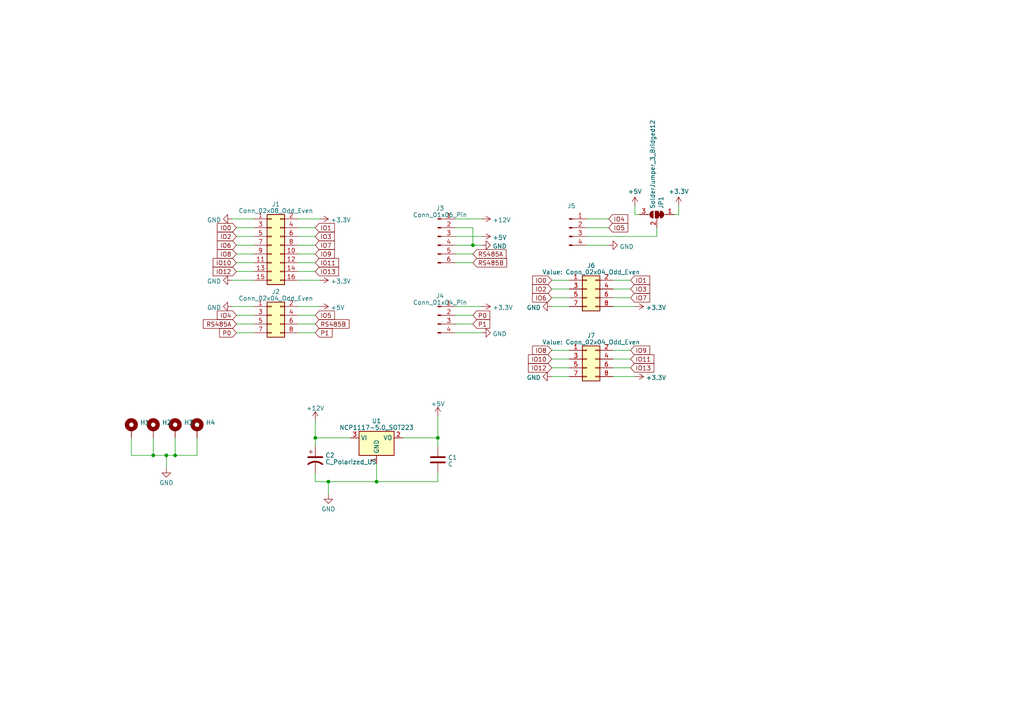
<source format=kicad_sch>
(kicad_sch (version 20230121) (generator eeschema)
  (paper "A4")
  (lib_symbols
    (symbol "Connector:Conn_01x04_Male" (pin_names (offset 1.016) hide)
      (property "Reference" "J" (at 0 5.08 0))
      (property "Value" "Conn_01x04_Male" (at 0 -7.62 0))
      (symbol "Conn_01x04_Male_1_1"
        (polyline (pts (xy 1.27 -5.08) (xy 0.8636 -5.08)) (stroke (width 0.1524)))
        (polyline (pts (xy 1.27 -2.54) (xy 0.8636 -2.54)) (stroke (width 0.1524)))
        (polyline (pts (xy 1.27 0) (xy 0.8636 0)) (stroke (width 0.1524)))
        (polyline (pts (xy 1.27 2.54) (xy 0.8636 2.54)) (stroke (width 0.1524)))
        (rectangle (start 0.8636 -4.953) (end 0 -5.207) (stroke (width 0.1524)) (fill (type outline)))
        (rectangle (start 0.8636 -2.413) (end 0 -2.667) (stroke (width 0.1524)) (fill (type outline)))
        (rectangle (start 0.8636 0.127) (end 0 -0.127) (stroke (width 0.1524)) (fill (type outline)))
        (rectangle (start 0.8636 2.667) (end 0 2.413) (stroke (width 0.1524)) (fill (type outline)))
        (pin passive line (at 5.08 2.54 180) (length 3.81) (name "Pin_1") (number "1"))
        (pin passive line (at 5.08 0 180) (length 3.81) (name "Pin_2") (number "2"))
        (pin passive line (at 5.08 -2.54 180) (length 3.81) (name "Pin_3") (number "3"))
        (pin passive line (at 5.08 -5.08 180) (length 3.81) (name "Pin_4") (number "4"))
      )
    )
    (symbol "Connector:Conn_01x04_Pin" (pin_names (offset 1.016) hide)
      (property "Reference" "J" (at 0 5.08 0))
      (property "Value" "Conn_01x04_Pin" (at 0 -7.62 0))
      (symbol "Conn_01x04_Pin_1_1"
        (polyline (pts (xy 1.27 -5.08) (xy 0.8636 -5.08)) (stroke (width 0.1524)))
        (polyline (pts (xy 1.27 -2.54) (xy 0.8636 -2.54)) (stroke (width 0.1524)))
        (polyline (pts (xy 1.27 0) (xy 0.8636 0)) (stroke (width 0.1524)))
        (polyline (pts (xy 1.27 2.54) (xy 0.8636 2.54)) (stroke (width 0.1524)))
        (rectangle (start 0.8636 -4.953) (end 0 -5.207) (stroke (width 0.1524)) (fill (type outline)))
        (rectangle (start 0.8636 -2.413) (end 0 -2.667) (stroke (width 0.1524)) (fill (type outline)))
        (rectangle (start 0.8636 0.127) (end 0 -0.127) (stroke (width 0.1524)) (fill (type outline)))
        (rectangle (start 0.8636 2.667) (end 0 2.413) (stroke (width 0.1524)) (fill (type outline)))
        (pin passive line (at 5.08 2.54 180) (length 3.81) (name "Pin_1") (number "1"))
        (pin passive line (at 5.08 0 180) (length 3.81) (name "Pin_2") (number "2"))
        (pin passive line (at 5.08 -2.54 180) (length 3.81) (name "Pin_3") (number "3"))
        (pin passive line (at 5.08 -5.08 180) (length 3.81) (name "Pin_4") (number "4"))
      )
    )
    (symbol "Connector:Conn_01x06_Pin" (pin_names (offset 1.016) hide)
      (property "Reference" "J" (at 0 7.62 0))
      (property "Value" "Conn_01x06_Pin" (at 0 -10.16 0))
      (symbol "Conn_01x06_Pin_1_1"
        (polyline (pts (xy 1.27 -7.62) (xy 0.8636 -7.62)) (stroke (width 0.1524)))
        (polyline (pts (xy 1.27 -5.08) (xy 0.8636 -5.08)) (stroke (width 0.1524)))
        (polyline (pts (xy 1.27 -2.54) (xy 0.8636 -2.54)) (stroke (width 0.1524)))
        (polyline (pts (xy 1.27 0) (xy 0.8636 0)) (stroke (width 0.1524)))
        (polyline (pts (xy 1.27 2.54) (xy 0.8636 2.54)) (stroke (width 0.1524)))
        (polyline (pts (xy 1.27 5.08) (xy 0.8636 5.08)) (stroke (width 0.1524)))
        (rectangle (start 0.8636 -7.493) (end 0 -7.747) (stroke (width 0.1524)) (fill (type outline)))
        (rectangle (start 0.8636 -4.953) (end 0 -5.207) (stroke (width 0.1524)) (fill (type outline)))
        (rectangle (start 0.8636 -2.413) (end 0 -2.667) (stroke (width 0.1524)) (fill (type outline)))
        (rectangle (start 0.8636 0.127) (end 0 -0.127) (stroke (width 0.1524)) (fill (type outline)))
        (rectangle (start 0.8636 2.667) (end 0 2.413) (stroke (width 0.1524)) (fill (type outline)))
        (rectangle (start 0.8636 5.207) (end 0 4.953) (stroke (width 0.1524)) (fill (type outline)))
        (pin passive line (at 5.08 5.08 180) (length 3.81) (name "Pin_1") (number "1"))
        (pin passive line (at 5.08 2.54 180) (length 3.81) (name "Pin_2") (number "2"))
        (pin passive line (at 5.08 0 180) (length 3.81) (name "Pin_3") (number "3"))
        (pin passive line (at 5.08 -2.54 180) (length 3.81) (name "Pin_4") (number "4"))
        (pin passive line (at 5.08 -5.08 180) (length 3.81) (name "Pin_5") (number "5"))
        (pin passive line (at 5.08 -7.62 180) (length 3.81) (name "Pin_6") (number "6"))
      )
    )
    (symbol "Connector_Generic:Conn_02x04_Odd_Even" (pin_names (offset 1.016) hide)
      (property "Reference" "J" (at 1.27 5.08 0))
      (property "Value" "Conn_02x04_Odd_Even" (at 1.27 -7.62 0))
      (symbol "Conn_02x04_Odd_Even_1_1"
        (rectangle (start -1.27 -4.953) (end 0 -5.207) (stroke (width 0.1524)))
        (rectangle (start -1.27 -2.413) (end 0 -2.667) (stroke (width 0.1524)))
        (rectangle (start -1.27 0.127) (end 0 -0.127) (stroke (width 0.1524)))
        (rectangle (start -1.27 2.667) (end 0 2.413) (stroke (width 0.1524)))
        (rectangle (start -1.27 3.81) (end 3.81 -6.35) (stroke (width 0.254)) (fill (type background)))
        (rectangle (start 3.81 -4.953) (end 2.54 -5.207) (stroke (width 0.1524)))
        (rectangle (start 3.81 -2.413) (end 2.54 -2.667) (stroke (width 0.1524)))
        (rectangle (start 3.81 0.127) (end 2.54 -0.127) (stroke (width 0.1524)))
        (rectangle (start 3.81 2.667) (end 2.54 2.413) (stroke (width 0.1524)))
        (pin passive line (at -5.08 2.54 0) (length 3.81) (name "Pin_1") (number "1"))
        (pin passive line (at 7.62 2.54 180) (length 3.81) (name "Pin_2") (number "2"))
        (pin passive line (at -5.08 0 0) (length 3.81) (name "Pin_3") (number "3"))
        (pin passive line (at 7.62 0 180) (length 3.81) (name "Pin_4") (number "4"))
        (pin passive line (at -5.08 -2.54 0) (length 3.81) (name "Pin_5") (number "5"))
        (pin passive line (at 7.62 -2.54 180) (length 3.81) (name "Pin_6") (number "6"))
        (pin passive line (at -5.08 -5.08 0) (length 3.81) (name "Pin_7") (number "7"))
        (pin passive line (at 7.62 -5.08 180) (length 3.81) (name "Pin_8") (number "8"))
      )
    )
    (symbol "Connector_Generic:Conn_02x08_Odd_Even" (pin_names (offset 1.016) hide)
      (property "Reference" "J" (at 1.27 10.16 0))
      (property "Value" "Conn_02x08_Odd_Even" (at 1.27 -12.7 0))
      (symbol "Conn_02x08_Odd_Even_1_1"
        (rectangle (start -1.27 -10.033) (end 0 -10.287) (stroke (width 0.1524)))
        (rectangle (start -1.27 -7.493) (end 0 -7.747) (stroke (width 0.1524)))
        (rectangle (start -1.27 -4.953) (end 0 -5.207) (stroke (width 0.1524)))
        (rectangle (start -1.27 -2.413) (end 0 -2.667) (stroke (width 0.1524)))
        (rectangle (start -1.27 0.127) (end 0 -0.127) (stroke (width 0.1524)))
        (rectangle (start -1.27 2.667) (end 0 2.413) (stroke (width 0.1524)))
        (rectangle (start -1.27 5.207) (end 0 4.953) (stroke (width 0.1524)))
        (rectangle (start -1.27 7.747) (end 0 7.493) (stroke (width 0.1524)))
        (rectangle (start -1.27 8.89) (end 3.81 -11.43) (stroke (width 0.254)) (fill (type background)))
        (rectangle (start 3.81 -10.033) (end 2.54 -10.287) (stroke (width 0.1524)))
        (rectangle (start 3.81 -7.493) (end 2.54 -7.747) (stroke (width 0.1524)))
        (rectangle (start 3.81 -4.953) (end 2.54 -5.207) (stroke (width 0.1524)))
        (rectangle (start 3.81 -2.413) (end 2.54 -2.667) (stroke (width 0.1524)))
        (rectangle (start 3.81 0.127) (end 2.54 -0.127) (stroke (width 0.1524)))
        (rectangle (start 3.81 2.667) (end 2.54 2.413) (stroke (width 0.1524)))
        (rectangle (start 3.81 5.207) (end 2.54 4.953) (stroke (width 0.1524)))
        (rectangle (start 3.81 7.747) (end 2.54 7.493) (stroke (width 0.1524)))
        (pin passive line (at -5.08 7.62 0) (length 3.81) (name "Pin_1") (number "1"))
        (pin passive line (at 7.62 -2.54 180) (length 3.81) (name "Pin_10") (number "10"))
        (pin passive line (at -5.08 -5.08 0) (length 3.81) (name "Pin_11") (number "11"))
        (pin passive line (at 7.62 -5.08 180) (length 3.81) (name "Pin_12") (number "12"))
        (pin passive line (at -5.08 -7.62 0) (length 3.81) (name "Pin_13") (number "13"))
        (pin passive line (at 7.62 -7.62 180) (length 3.81) (name "Pin_14") (number "14"))
        (pin passive line (at -5.08 -10.16 0) (length 3.81) (name "Pin_15") (number "15"))
        (pin passive line (at 7.62 -10.16 180) (length 3.81) (name "Pin_16") (number "16"))
        (pin passive line (at 7.62 7.62 180) (length 3.81) (name "Pin_2") (number "2"))
        (pin passive line (at -5.08 5.08 0) (length 3.81) (name "Pin_3") (number "3"))
        (pin passive line (at 7.62 5.08 180) (length 3.81) (name "Pin_4") (number "4"))
        (pin passive line (at -5.08 2.54 0) (length 3.81) (name "Pin_5") (number "5"))
        (pin passive line (at 7.62 2.54 180) (length 3.81) (name "Pin_6") (number "6"))
        (pin passive line (at -5.08 0 0) (length 3.81) (name "Pin_7") (number "7"))
        (pin passive line (at 7.62 0 180) (length 3.81) (name "Pin_8") (number "8"))
        (pin passive line (at -5.08 -2.54 0) (length 3.81) (name "Pin_9") (number "9"))
      )
    )
    (symbol "Device:C" (pin_numbers hide) (pin_names (offset 0.254))
      (property "Reference" "C" (at 0.635 2.54 0))
      (property "Value" "C" (at 0.635 -2.54 0))
      (symbol "C_0_1"
        (polyline (pts (xy -2.032 -0.762) (xy 2.032 -0.762)) (stroke (width 0.508)))
        (polyline (pts (xy -2.032 0.762) (xy 2.032 0.762)) (stroke (width 0.508)))
      )
      (symbol "C_1_1"
        (pin passive line (at 0 3.81 270) (length 2.794) (name "~") (number "1"))
        (pin passive line (at 0 -3.81 90) (length 2.794) (name "~") (number "2"))
      )
    )
    (symbol "Device:C_Polarized_US" (pin_numbers hide) (pin_names (offset 0.254) hide)
      (property "Reference" "C" (at 0.635 2.54 0))
      (property "Value" "C_Polarized_US" (at 0.635 -2.54 0))
      (symbol "C_Polarized_US_0_1"
        (polyline (pts (xy -2.032 0.762) (xy 2.032 0.762)) (stroke (width 0.508)))
        (polyline (pts (xy -1.778 2.286) (xy -0.762 2.286)))
        (polyline (pts (xy -1.27 1.778) (xy -1.27 2.794)))
        (arc (start 2.032 -1.27) (mid 0 -0.5572) (end -2.032 -1.27) (stroke (width 0.508)))
      )
      (symbol "C_Polarized_US_1_1"
        (pin passive line (at 0 3.81 270) (length 2.794) (name "~") (number "1"))
        (pin passive line (at 0 -3.81 90) (length 3.302) (name "~") (number "2"))
      )
    )
    (symbol "Jumper:SolderJumper_3_Bridged12" (pin_names (offset 0) hide)
      (property "Reference" "JP" (at -2.54 -2.54 0))
      (property "Value" "SolderJumper_3_Bridged12" (at 0 2.794 0))
      (symbol "SolderJumper_3_Bridged12_0_1"
        (rectangle (start -1.016 0.508) (end -0.508 -0.508) (fill (type outline)))
        (arc (start -1.016 1.016) (mid -2.0276 0) (end -1.016 -1.016))
        (arc (start -1.016 1.016) (mid -2.0276 0) (end -1.016 -1.016) (fill (type outline)))
        (rectangle (start -0.508 1.016) (end 0.508 -1.016) (fill (type outline)))
        (polyline (pts (xy -2.54 0) (xy -2.032 0)))
        (polyline (pts (xy -1.016 1.016) (xy -1.016 -1.016)))
        (polyline (pts (xy 0 -1.27) (xy 0 -1.016)))
        (polyline (pts (xy 1.016 1.016) (xy 1.016 -1.016)))
        (polyline (pts (xy 2.54 0) (xy 2.032 0)))
        (arc (start 1.016 -1.016) (mid 2.0276 0) (end 1.016 1.016))
        (arc (start 1.016 -1.016) (mid 2.0276 0) (end 1.016 1.016) (fill (type outline)))
      )
      (symbol "SolderJumper_3_Bridged12_1_1"
        (pin passive line (at -5.08 0 0) (length 2.54) (name "A") (number "1"))
        (pin passive line (at 0 -3.81 90) (length 2.54) (name "C") (number "2"))
        (pin passive line (at 5.08 0 180) (length 2.54) (name "B") (number "3"))
      )
    )
    (symbol "Mechanical:MountingHole_Pad" (pin_numbers hide) (pin_names (offset 1.016) hide)
      (property "Reference" "H" (at 0 6.35 0))
      (property "Value" "MountingHole_Pad" (at 0 4.445 0))
      (symbol "MountingHole_Pad_0_1"
        (circle (center 0 1.27) (radius 1.27) (stroke (width 1.27)))
      )
      (symbol "MountingHole_Pad_1_1"
        (pin input line (at 0 -2.54 90) (length 2.54) (name "1") (number "1"))
      )
    )
    (symbol "Regulator_Linear:NCP1117-5.0_SOT223"
      (property "Reference" "U" (at -3.81 3.175 0))
      (property "Value" "NCP1117-5.0_SOT223" (at 0 3.175 0))
      (symbol "NCP1117-5.0_SOT223_0_1"
        (rectangle (start -5.08 -5.08) (end 5.08 1.905) (stroke (width 0.254)) (fill (type background)))
      )
      (symbol "NCP1117-5.0_SOT223_1_1"
        (pin power_in line (at 0 -7.62 90) (length 2.54) (name "GND") (number "1"))
        (pin power_out line (at 7.62 0 180) (length 2.54) (name "VO") (number "2"))
        (pin power_in line (at -7.62 0 0) (length 2.54) (name "VI") (number "3"))
      )
    )
    (symbol "power:+12V" (power) (pin_names (offset 0))
      (property "Value" "+12V" (at 0 3.556 0))
      (symbol "+12V_0_1"
        (polyline (pts (xy -0.762 1.27) (xy 0 2.54)))
        (polyline (pts (xy 0 0) (xy 0 2.54)))
        (polyline (pts (xy 0 2.54) (xy 0.762 1.27)))
      )
      (symbol "+12V_1_1"
        (pin power_in line (at 0 0 90) (length 0) hide (name "+12V") (number "1"))
      )
    )
    (symbol "power:+3.3V" (power) (pin_names (offset 0))
      (property "Value" "+3.3V" (at 0 3.556 0))
      (symbol "+3.3V_0_1"
        (polyline (pts (xy -0.762 1.27) (xy 0 2.54)))
        (polyline (pts (xy 0 0) (xy 0 2.54)))
        (polyline (pts (xy 0 2.54) (xy 0.762 1.27)))
      )
      (symbol "+3.3V_1_1"
        (pin power_in line (at 0 0 90) (length 0) hide (name "+3.3V") (number "1"))
      )
    )
    (symbol "power:+5V" (power) (pin_names (offset 0))
      (property "Value" "+5V" (at 0 3.556 0))
      (symbol "+5V_0_1"
        (polyline (pts (xy -0.762 1.27) (xy 0 2.54)))
        (polyline (pts (xy 0 0) (xy 0 2.54)))
        (polyline (pts (xy 0 2.54) (xy 0.762 1.27)))
      )
      (symbol "+5V_1_1"
        (pin power_in line (at 0 0 90) (length 0) hide (name "+5V") (number "1"))
      )
    )
    (symbol "power:GND" (power) (pin_names (offset 0))
      (property "Value" "GND" (at 0 -3.81 0))
      (symbol "GND_0_1"
        (polyline (pts (xy 0 0) (xy 0 -1.27) (xy 1.27 -1.27) (xy 0 -2.54) (xy -1.27 -1.27) (xy 0 -1.27)))
      )
      (symbol "GND_1_1"
        (pin power_in line (at 0 0 270) (length 0) hide (name "GND") (number "1"))
      )
    )
  )
  (junction (at 137.16 71.12))
  (junction (at 44.45 132.08))
  (junction (at 109.22 139.7))
  (junction (at 95.25 139.7))
  (junction (at 50.8 132.08))
  (junction (at 127 127))
  (junction (at 48.26 132.08))
  (junction (at 91.44 127))
  (wire (pts (xy 95.25 139.7) (xy 109.22 139.7)))
  (wire (pts (xy 86.36 93.98) (xy 91.44 93.98)))
  (wire (pts (xy 132.08 76.2) (xy 137.16 76.2)))
  (wire (pts (xy 177.8 104.14) (xy 182.88 104.14)))
  (wire (pts (xy 73.66 71.12) (xy 68.58 71.12)))
  (wire (pts (xy 127 127) (xy 127 129.54)))
  (wire (pts (xy 177.8 101.6) (xy 182.88 101.6)))
  (wire (pts (xy 50.8 127) (xy 50.8 132.08)))
  (wire (pts (xy 165.1 83.82) (xy 160.02 83.82)))
  (wire (pts (xy 137.16 66.04) (xy 137.16 71.12)))
  (wire (pts (xy 86.36 76.2) (xy 91.44 76.2)))
  (wire (pts (xy 127 127) (xy 116.84 127)))
  (wire (pts (xy 177.8 88.9) (xy 184.15 88.9)))
  (wire (pts (xy 127 137.16) (xy 127 139.7)))
  (wire (pts (xy 73.66 73.66) (xy 68.58 73.66)))
  (wire (pts (xy 132.08 93.98) (xy 137.16 93.98)))
  (wire (pts (xy 184.15 59.69) (xy 184.15 62.23)))
  (wire (pts (xy 165.1 106.68) (xy 160.02 106.68)))
  (wire (pts (xy 67.31 63.5) (xy 73.66 63.5)))
  (wire (pts (xy 132.08 96.52) (xy 139.7 96.52)))
  (wire (pts (xy 177.8 106.68) (xy 182.88 106.68)))
  (wire (pts (xy 132.08 73.66) (xy 137.16 73.66)))
  (wire (pts (xy 48.26 132.08) (xy 48.26 135.89)))
  (wire (pts (xy 132.08 71.12) (xy 137.16 71.12)))
  (wire (pts (xy 86.36 81.28) (xy 92.71 81.28)))
  (wire (pts (xy 91.44 127) (xy 91.44 129.54)))
  (wire (pts (xy 95.25 143.51) (xy 95.25 139.7)))
  (wire (pts (xy 177.8 86.36) (xy 182.88 86.36)))
  (wire (pts (xy 86.36 96.52) (xy 91.44 96.52)))
  (wire (pts (xy 165.1 81.28) (xy 160.02 81.28)))
  (wire (pts (xy 44.45 127) (xy 44.45 132.08)))
  (wire (pts (xy 160.02 88.9) (xy 165.1 88.9)))
  (wire (pts (xy 38.1 127) (xy 38.1 132.08)))
  (wire (pts (xy 95.25 139.7) (xy 91.44 139.7)))
  (wire (pts (xy 127 120.65) (xy 127 127)))
  (wire (pts (xy 190.5 68.58) (xy 190.5 66.04)))
  (wire (pts (xy 165.1 104.14) (xy 160.02 104.14)))
  (wire (pts (xy 86.36 78.74) (xy 91.44 78.74)))
  (wire (pts (xy 137.16 71.12) (xy 139.7 71.12)))
  (wire (pts (xy 91.44 121.92) (xy 91.44 127)))
  (wire (pts (xy 91.44 137.16) (xy 91.44 139.7)))
  (wire (pts (xy 170.18 63.5) (xy 176.53 63.5)))
  (wire (pts (xy 67.31 81.28) (xy 73.66 81.28)))
  (wire (pts (xy 73.66 91.44) (xy 68.58 91.44)))
  (wire (pts (xy 67.31 88.9) (xy 73.66 88.9)))
  (wire (pts (xy 86.36 66.04) (xy 91.44 66.04)))
  (wire (pts (xy 170.18 68.58) (xy 190.5 68.58)))
  (wire (pts (xy 177.8 81.28) (xy 182.88 81.28)))
  (wire (pts (xy 132.08 66.04) (xy 137.16 66.04)))
  (wire (pts (xy 57.15 132.08) (xy 57.15 127)))
  (wire (pts (xy 177.8 83.82) (xy 182.88 83.82)))
  (wire (pts (xy 170.18 66.04) (xy 176.53 66.04)))
  (wire (pts (xy 86.36 73.66) (xy 91.44 73.66)))
  (wire (pts (xy 86.36 68.58) (xy 91.44 68.58)))
  (wire (pts (xy 73.66 78.74) (xy 68.58 78.74)))
  (wire (pts (xy 73.66 68.58) (xy 68.58 68.58)))
  (wire (pts (xy 73.66 96.52) (xy 68.58 96.52)))
  (wire (pts (xy 132.08 68.58) (xy 139.7 68.58)))
  (wire (pts (xy 50.8 132.08) (xy 57.15 132.08)))
  (wire (pts (xy 160.02 109.22) (xy 165.1 109.22)))
  (wire (pts (xy 91.44 127) (xy 101.6 127)))
  (wire (pts (xy 86.36 88.9) (xy 92.71 88.9)))
  (wire (pts (xy 132.08 88.9) (xy 139.7 88.9)))
  (wire (pts (xy 132.08 63.5) (xy 139.7 63.5)))
  (wire (pts (xy 170.18 71.12) (xy 176.53 71.12)))
  (wire (pts (xy 132.08 91.44) (xy 137.16 91.44)))
  (wire (pts (xy 86.36 63.5) (xy 92.71 63.5)))
  (wire (pts (xy 184.15 62.23) (xy 185.42 62.23)))
  (wire (pts (xy 73.66 66.04) (xy 68.58 66.04)))
  (wire (pts (xy 195.58 62.23) (xy 196.85 62.23)))
  (wire (pts (xy 86.36 91.44) (xy 91.44 91.44)))
  (wire (pts (xy 165.1 101.6) (xy 160.02 101.6)))
  (wire (pts (xy 196.85 62.23) (xy 196.85 59.69)))
  (wire (pts (xy 165.1 86.36) (xy 160.02 86.36)))
  (wire (pts (xy 38.1 132.08) (xy 44.45 132.08)))
  (wire (pts (xy 48.26 132.08) (xy 50.8 132.08)))
  (wire (pts (xy 109.22 134.62) (xy 109.22 139.7)))
  (wire (pts (xy 73.66 93.98) (xy 68.58 93.98)))
  (wire (pts (xy 73.66 76.2) (xy 68.58 76.2)))
  (wire (pts (xy 177.8 109.22) (xy 184.15 109.22)))
  (wire (pts (xy 44.45 132.08) (xy 48.26 132.08)))
  (wire (pts (xy 109.22 139.7) (xy 127 139.7)))
  (wire (pts (xy 86.36 71.12) (xy 91.44 71.12)))
  (global_label "P0" (shape input) (at 137.16 91.44 0) (property "Intersheetrefs" "${INTERSHEET_REFS}" (effects hide)))
  (global_label "P1" (shape input) (at 91.44 96.52 0) (property "Intersheetrefs" "${INTERSHEET_REFS}" (effects hide)))
  (global_label "IO0" (shape input) (at 160.02 81.28 180) (property "Intersheetrefs" "${INTERSHEET_REFS}" (effects hide)))
  (global_label "P0" (shape input) (at 68.58 96.52 180) (property "Intersheetrefs" "${INTERSHEET_REFS}" (effects hide)))
  (global_label "RS485B" (shape input) (at 137.16 76.2 0) (property "Intersheetrefs" "${INTERSHEET_REFS}" (effects hide)))
  (global_label "IO6" (shape input) (at 160.02 86.36 180) (property "Intersheetrefs" "${INTERSHEET_REFS}" (effects hide)))
  (global_label "IO11" (shape input) (at 182.88 104.14 0) (property "Intersheetrefs" "${INTERSHEET_REFS}" (effects hide)))
  (global_label "RS485A" (shape input) (at 137.16 73.66 0) (property "Intersheetrefs" "${INTERSHEET_REFS}" (effects hide)))
  (global_label "IO4" (shape input) (at 68.58 91.44 180) (property "Intersheetrefs" "${INTERSHEET_REFS}" (effects hide)))
  (global_label "IO3" (shape input) (at 182.88 83.82 0) (property "Intersheetrefs" "${INTERSHEET_REFS}" (effects hide)))
  (global_label "IO1" (shape input) (at 182.88 81.28 0) (property "Intersheetrefs" "${INTERSHEET_REFS}" (effects hide)))
  (global_label "IO10" (shape input) (at 68.58 76.2 180) (property "Intersheetrefs" "${INTERSHEET_REFS}" (effects hide)))
  (global_label "IO7" (shape input) (at 182.88 86.36 0) (property "Intersheetrefs" "${INTERSHEET_REFS}" (effects hide)))
  (global_label "IO6" (shape input) (at 68.58 71.12 180) (property "Intersheetrefs" "${INTERSHEET_REFS}" (effects hide)))
  (global_label "IO11" (shape input) (at 91.44 76.2 0) (property "Intersheetrefs" "${INTERSHEET_REFS}" (effects hide)))
  (global_label "IO8" (shape input) (at 160.02 101.6 180) (property "Intersheetrefs" "${INTERSHEET_REFS}" (effects hide)))
  (global_label "IO7" (shape input) (at 91.44 71.12 0) (property "Intersheetrefs" "${INTERSHEET_REFS}" (effects hide)))
  (global_label "IO9" (shape input) (at 91.44 73.66 0) (property "Intersheetrefs" "${INTERSHEET_REFS}" (effects hide)))
  (global_label "RS485A" (shape input) (at 68.58 93.98 180) (property "Intersheetrefs" "${INTERSHEET_REFS}" (effects hide)))
  (global_label "RS485B" (shape input) (at 91.44 93.98 0) (property "Intersheetrefs" "${INTERSHEET_REFS}" (effects hide)))
  (global_label "IO4" (shape input) (at 176.53 63.5 0) (property "Intersheetrefs" "${INTERSHEET_REFS}" (effects hide)))
  (global_label "IO12" (shape input) (at 68.58 78.74 180) (property "Intersheetrefs" "${INTERSHEET_REFS}" (effects hide)))
  (global_label "IO8" (shape input) (at 68.58 73.66 180) (property "Intersheetrefs" "${INTERSHEET_REFS}" (effects hide)))
  (global_label "IO2" (shape input) (at 68.58 68.58 180) (property "Intersheetrefs" "${INTERSHEET_REFS}" (effects hide)))
  (global_label "IO13" (shape input) (at 91.44 78.74 0) (property "Intersheetrefs" "${INTERSHEET_REFS}" (effects hide)))
  (global_label "IO5" (shape input) (at 91.44 91.44 0) (property "Intersheetrefs" "${INTERSHEET_REFS}" (effects hide)))
  (global_label "IO5" (shape input) (at 176.53 66.04 0) (property "Intersheetrefs" "${INTERSHEET_REFS}" (effects hide)))
  (global_label "IO9" (shape input) (at 182.88 101.6 0) (property "Intersheetrefs" "${INTERSHEET_REFS}" (effects hide)))
  (global_label "IO12" (shape input) (at 160.02 106.68 180) (property "Intersheetrefs" "${INTERSHEET_REFS}" (effects hide)))
  (global_label "IO13" (shape input) (at 182.88 106.68 0) (property "Intersheetrefs" "${INTERSHEET_REFS}" (effects hide)))
  (global_label "IO0" (shape input) (at 68.58 66.04 180) (property "Intersheetrefs" "${INTERSHEET_REFS}" (effects hide)))
  (global_label "IO2" (shape input) (at 160.02 83.82 180) (property "Intersheetrefs" "${INTERSHEET_REFS}" (effects hide)))
  (global_label "P1" (shape input) (at 137.16 93.98 0) (property "Intersheetrefs" "${INTERSHEET_REFS}" (effects hide)))
  (global_label "IO1" (shape input) (at 91.44 66.04 0) (property "Intersheetrefs" "${INTERSHEET_REFS}" (effects hide)))
  (global_label "IO3" (shape input) (at 91.44 68.58 0) (property "Intersheetrefs" "${INTERSHEET_REFS}" (effects hide)))
  (global_label "IO10" (shape input) (at 160.02 104.14 180) (property "Intersheetrefs" "${INTERSHEET_REFS}" (effects hide)))
  (symbol (lib_id "power:+5V") (at 127 120.65 0) (unit 1)
    (property "Reference" "#PWR012" (effects hide))
    (property "Value" "+5V" (at 127 117.1481 0))
  )
  (symbol (lib_id "power:+12V") (at 139.7 63.5 270) (unit 1)
    (property "Reference" "#PWR08" (effects hide))
    (property "Value" "+12V" (at 142.875 63.8168 90) (effects (justify left)))
  )
  (symbol (lib_id "power:+3.3V") (at 92.71 63.5 270) (unit 1)
    (property "Reference" "#PWR02" (effects hide))
    (property "Value" "+3.3V" (at 95.885 63.8168 90) (effects (justify left)))
  )
  (symbol (lib_id "power:GND") (at 160.02 109.22 270) (unit 1)
    (property "Reference" "#PWR019" (effects hide))
    (property "Value" "GND" (at 156.8451 109.5368 90) (effects (justify right)))
  )
  (symbol (lib_id "power:+3.3V") (at 184.15 109.22 270) (unit 1)
    (property "Reference" "#PWR021" (effects hide))
    (property "Value" "+3.3V" (at 187.325 109.5368 90) (effects (justify left)))
  )
  (symbol (lib_id "Regulator_Linear:NCP1117-5.0_SOT223") (at 109.22 127 0) (unit 1)
    (property "Reference" "U1" (at 109.22 122.0851 0))
    (property "Value" "NCP1117-5.0_SOT223" (at 109.22 124.0061 0))
    (property "Footprint" "Package_TO_SOT_SMD:SOT-223-3_TabPin2" (effects hide))
    (property "Datasheet" "http://www.onsemi.com/pub_link/Collateral/NCP1117-D.PDF" (effects hide))
  )
  (symbol (lib_id "power:GND") (at 67.31 88.9 270) (unit 1)
    (property "Reference" "#PWR05" (effects hide))
    (property "Value" "GND" (at 64.1351 89.2168 90) (effects (justify right)))
  )
  (symbol (lib_id "Device:C_Polarized_US") (at 91.44 133.35 0) (unit 1)
    (property "Reference" "C2" (at 94.361 132.0713 0) (effects (justify left)))
    (property "Value" "C_Polarized_US" (at 94.361 133.9923 0) (effects (justify left)))
    (property "Footprint" "Capacitor_THT:CP_Radial_D5.0mm_P2.50mm" (effects hide))
  )
  (symbol (lib_id "Mechanical:MountingHole_Pad") (at 38.1 124.46 0) (unit 1)
    (property "Reference" "H1" (at 40.64 122.5463 0) (effects (justify left)))
    (property "Value" "MountingHole_Pad" (effects hide))
    (property "Footprint" "MountingHole:MountingHole_3.2mm_M3_DIN965_Pad" (effects hide))
  )
  (symbol (lib_id "power:GND") (at 139.7 96.52 90) (unit 1)
    (property "Reference" "#PWR015" (effects hide))
    (property "Value" "GND" (at 142.875 96.8368 90) (effects (justify right)))
  )
  (symbol (lib_id "power:GND") (at 160.02 88.9 270) (unit 1)
    (property "Reference" "#PWR018" (effects hide))
    (property "Value" "GND" (at 156.8451 89.2168 90) (effects (justify right)))
  )
  (symbol (lib_id "Connector_Generic:Conn_02x04_Odd_Even") (at 170.18 104.14 0) (unit 1)
    (property "Reference" "J7" (at 171.45 97.3201 0))
    (property "Value" "Conn_02x04_Odd_Even" (at 171.45 99.2411 0) (show_name))
    (property "Footprint" "Connector_PinHeader_2.54mm:PinHeader_2x04_P2.54mm_Vertical" (effects hide))
  )
  (symbol (lib_id "Device:C") (at 127 133.35 0) (unit 1)
    (property "Reference" "C1" (at 129.921 132.7063 0) (effects (justify left)))
    (property "Value" "C" (at 129.921 134.6273 0) (effects (justify left)))
    (property "Footprint" "Capacitor_SMD:C_1210_3225Metric_Pad1.33x2.70mm_HandSolder" (effects hide))
  )
  (symbol (lib_id "Mechanical:MountingHole_Pad") (at 50.8 124.46 0) (unit 1)
    (property "Reference" "H3" (at 53.34 122.5463 0) (effects (justify left)))
    (property "Value" "MountingHole_Pad" (effects hide))
    (property "Footprint" "MountingHole:MountingHole_3.2mm_M3_DIN965_Pad" (effects hide))
  )
  (symbol (lib_id "Connector:Conn_01x04_Pin") (at 127 91.44 0) (unit 1)
    (property "Reference" "J4" (at 127.635 85.8139 0))
    (property "Value" "Conn_01x04_Pin" (at 127.635 87.7349 0))
    (property "Footprint" "footprints:JST_ZH_B4B-ZR_1x04_P1.50mm_Vertical" (effects hide))
  )
  (symbol (lib_id "power:+5V") (at 139.7 68.58 270) (unit 1)
    (property "Reference" "#PWR09" (effects hide))
    (property "Value" "+5V" (at 142.875 68.8968 90) (effects (justify left)))
  )
  (symbol (lib_id "power:GND") (at 48.26 135.89 0) (unit 1)
    (property "Reference" "#PWR07" (effects hide))
    (property "Value" "GND" (at 48.26 140.0255 0))
  )
  (symbol (lib_id "Connector:Conn_01x04_Male") (at 165.1 66.04 0) (unit 1)
    (property "Reference" "J5" (at 165.735 59.724 0))
    (property "Value" "Conn_01x04_Male" (effects hide))
    (property "Footprint" "Connector_JST:JST_PH_B4B-PH-K_1x04_P2.00mm_Vertical" (effects hide))
  )
  (symbol (lib_id "power:GND") (at 176.53 71.12 90) (unit 1)
    (property "Reference" "#PWR017" (effects hide))
    (property "Value" "GND" (at 179.705 71.5538 90) (effects (justify right)))
  )
  (symbol (lib_id "power:+12V") (at 91.44 121.92 0) (unit 1)
    (property "Reference" "#PWR011" (effects hide))
    (property "Value" "+12V" (at 91.44 118.4181 0))
  )
  (symbol (lib_id "power:GND") (at 139.7 71.12 90) (unit 1)
    (property "Reference" "#PWR010" (effects hide))
    (property "Value" "GND" (at 142.875 71.4368 90) (effects (justify right)))
  )
  (symbol (lib_id "Connector_Generic:Conn_02x04_Odd_Even") (at 78.74 91.44 0) (unit 1)
    (property "Reference" "J2" (at 80.01 84.6201 0))
    (property "Value" "Conn_02x04_Odd_Even" (at 80.01 86.5411 0))
    (property "Footprint" "Connector_Hirose:Hirose_DF11-8DP-2DSA_2x04_P2.00mm_Vertical" (effects hide))
  )
  (symbol (lib_id "power:+3.3V") (at 196.85 59.69 0) (unit 1)
    (property "Reference" "#PWR022" (effects hide))
    (property "Value" "+3.3V" (at 196.85 55.5569 0))
  )
  (symbol (lib_id "power:GND") (at 67.31 63.5 270) (unit 1)
    (property "Reference" "#PWR01" (effects hide))
    (property "Value" "GND" (at 64.1351 63.8168 90) (effects (justify right)))
  )
  (symbol (lib_id "Connector:Conn_01x06_Pin") (at 127 68.58 0) (unit 1)
    (property "Reference" "J3" (at 127.635 60.4139 0))
    (property "Value" "Conn_01x06_Pin" (at 127.635 62.3349 0))
    (property "Footprint" "Connector_PinHeader_2.54mm:PinHeader_1x06_P2.54mm_Vertical" (effects hide))
  )
  (symbol (lib_id "Mechanical:MountingHole_Pad") (at 44.45 124.46 0) (unit 1)
    (property "Reference" "H2" (at 46.99 122.5463 0) (effects (justify left)))
    (property "Value" "MountingHole_Pad" (effects hide))
    (property "Footprint" "MountingHole:MountingHole_3.2mm_M3_DIN965_Pad" (effects hide))
  )
  (symbol (lib_id "power:+5V") (at 184.15 59.69 0) (unit 1)
    (property "Reference" "#PWR016" (effects hide))
    (property "Value" "+5V" (at 184.15 55.5569 0))
  )
  (symbol (lib_id "power:+5V") (at 92.71 88.9 270) (unit 1)
    (property "Reference" "#PWR06" (effects hide))
    (property "Value" "+5V" (at 95.885 89.2168 90) (effects (justify left)))
  )
  (symbol (lib_id "Connector_Generic:Conn_02x08_Odd_Even") (at 78.74 71.12 0) (unit 1)
    (property "Reference" "J1" (at 80.01 59.2201 0))
    (property "Value" "Conn_02x08_Odd_Even" (at 80.01 61.1411 0))
    (property "Footprint" "Connector_Hirose:Hirose_DF11-16DP-2DSA_2x08_P2.00mm_Vertical" (effects hide))
  )
  (symbol (lib_id "Jumper:SolderJumper_3_Bridged12") (at 190.5 62.23 0) (mirror y) (unit 1)
    (property "Reference" "JP1" (at 191.7121 60.579 90) (effects (justify left)))
    (property "Value" "SolderJumper_3_Bridged12" (at 189.2879 60.579 90) (effects (justify left)))
    (property "Footprint" "Jumper:SolderJumper-3_P1.3mm_Bridged12_Pad1.0x1.5mm" (effects hide))
  )
  (symbol (lib_id "Mechanical:MountingHole_Pad") (at 57.15 124.46 0) (unit 1)
    (property "Reference" "H4" (at 59.69 122.5463 0) (effects (justify left)))
    (property "Value" "MountingHole_Pad" (effects hide))
    (property "Footprint" "MountingHole:MountingHole_3.2mm_M3_DIN965_Pad" (effects hide))
  )
  (symbol (lib_id "power:+3.3V") (at 184.15 88.9 270) (unit 1)
    (property "Reference" "#PWR020" (effects hide))
    (property "Value" "+3.3V" (at 187.325 89.2168 90) (effects (justify left)))
  )
  (symbol (lib_id "power:+3.3V") (at 139.7 88.9 270) (unit 1)
    (property "Reference" "#PWR014" (effects hide))
    (property "Value" "+3.3V" (at 142.875 89.2168 90) (effects (justify left)))
  )
  (symbol (lib_id "Connector_Generic:Conn_02x04_Odd_Even") (at 170.18 83.82 0) (unit 1)
    (property "Reference" "J6" (at 171.45 77.0001 0))
    (property "Value" "Conn_02x04_Odd_Even" (at 171.45 78.9211 0) (show_name))
    (property "Footprint" "Connector_PinHeader_2.54mm:PinHeader_2x04_P2.54mm_Vertical" (effects hide))
  )
  (symbol (lib_id "power:GND") (at 95.25 143.51 0) (unit 1)
    (property "Reference" "#PWR013" (effects hide))
    (property "Value" "GND" (at 95.25 147.6455 0))
  )
  (symbol (lib_id "power:GND") (at 67.31 81.28 270) (unit 1)
    (property "Reference" "#PWR03" (effects hide))
    (property "Value" "GND" (at 64.1351 81.5968 90) (effects (justify right)))
  )
  (symbol (lib_id "power:+3.3V") (at 92.71 81.28 270) (unit 1)
    (property "Reference" "#PWR04" (effects hide))
    (property "Value" "+3.3V" (at 95.885 81.5968 90) (effects (justify left)))
  )
)
</source>
